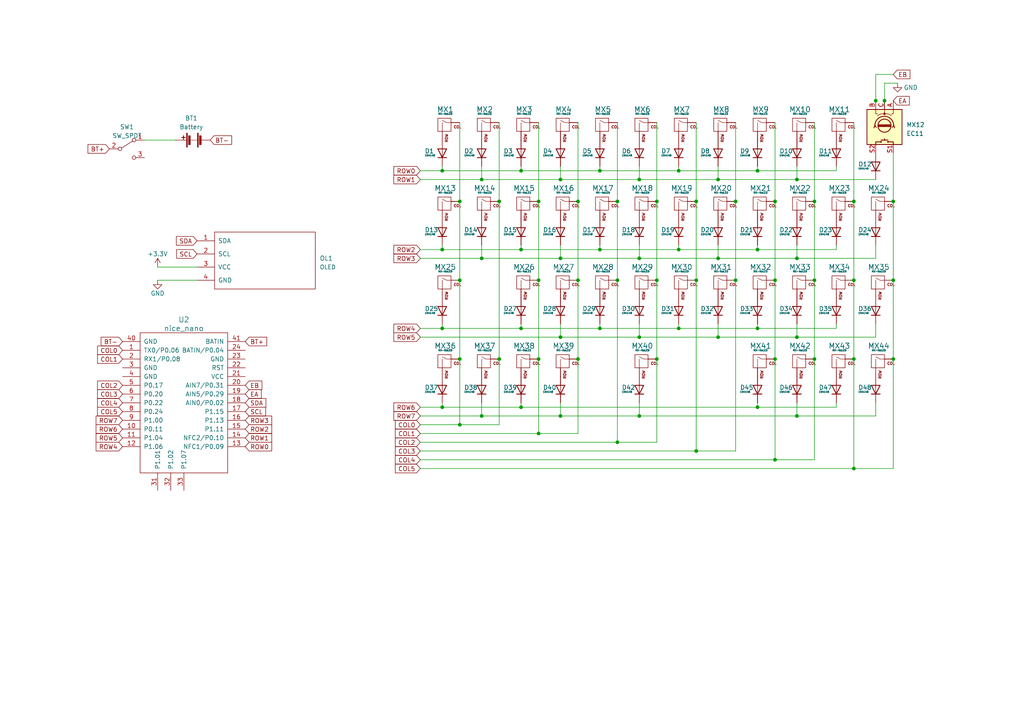
<source format=kicad_sch>
(kicad_sch (version 20230121) (generator eeschema)
  (paper "A4")
  (title_block (title "0xCB - STATIC") (date "2021-05-11") (rev "1.0") (company "0xCB") (comment 1 "Conor Burns"))
  (junction (at 156.21 125.73) (diameter 0.9144))
  (junction (at 173.99 72.39) (diameter 0.9144))
  (junction (at 185.42 52.07) (diameter 0.9144))
  (junction (at 162.56 120.65) (diameter 0.9144))
  (junction (at 208.28 97.79) (diameter 0.9144))
  (junction (at 133.35 58.42) (diameter 0.9144))
  (junction (at 167.64 58.42) (diameter 0.9144))
  (junction (at 224.79 81.28) (diameter 0.9144))
  (junction (at 133.35 81.28) (diameter 0.9144))
  (junction (at 190.5 81.28) (diameter 0.9144))
  (junction (at 236.22 104.14) (diameter 0.9144))
  (junction (at 133.35 104.14) (diameter 0.9144))
  (junction (at 162.56 52.07) (diameter 0.9144))
  (junction (at 144.78 104.14) (diameter 0.9144))
  (junction (at 247.65 135.89) (diameter 0.9144))
  (junction (at 259.08 81.28) (diameter 0.9144))
  (junction (at 167.64 81.28) (diameter 0.9144))
  (junction (at 185.42 97.79) (diameter 0.9144))
  (junction (at 219.71 72.39) (diameter 0.9144))
  (junction (at 151.13 118.11) (diameter 0.9144))
  (junction (at 196.85 72.39) (diameter 0.9144))
  (junction (at 259.08 58.42) (diameter 0.9144))
  (junction (at 196.85 49.53) (diameter 0.9144))
  (junction (at 173.99 49.53) (diameter 0.9144))
  (junction (at 139.7 120.65) (diameter 0.9144))
  (junction (at 219.71 49.53) (diameter 0.9144))
  (junction (at 128.27 49.53) (diameter 0.9144))
  (junction (at 144.78 58.42) (diameter 0.9144))
  (junction (at 259.08 104.14) (diameter 0.9144))
  (junction (at 179.07 58.42) (diameter 0.9144))
  (junction (at 190.5 104.14) (diameter 0.9144))
  (junction (at 201.93 81.28) (diameter 0.9144))
  (junction (at 156.21 58.42) (diameter 0.9144))
  (junction (at 213.36 58.42) (diameter 0.9144))
  (junction (at 151.13 49.53) (diameter 0.9144))
  (junction (at 128.27 95.25) (diameter 0.9144))
  (junction (at 256.54 29.21) (diameter 0.9144))
  (junction (at 236.22 81.28) (diameter 0.9144))
  (junction (at 139.7 74.93) (diameter 0.9144))
  (junction (at 247.65 58.42) (diameter 0.9144))
  (junction (at 201.93 130.81) (diameter 0.9144))
  (junction (at 208.28 74.93) (diameter 0.9144))
  (junction (at 224.79 104.14) (diameter 0.9144))
  (junction (at 231.14 52.07) (diameter 0.9144))
  (junction (at 167.64 104.14) (diameter 0.9144))
  (junction (at 185.42 74.93) (diameter 0.9144))
  (junction (at 254 29.21) (diameter 0.9144))
  (junction (at 156.21 81.28) (diameter 0.9144))
  (junction (at 247.65 104.14) (diameter 0.9144))
  (junction (at 201.93 58.42) (diameter 0.9144))
  (junction (at 173.99 95.25) (diameter 0.9144))
  (junction (at 219.71 118.11) (diameter 0.9144))
  (junction (at 139.7 52.07) (diameter 0.9144))
  (junction (at 179.07 128.27) (diameter 0.9144))
  (junction (at 231.14 120.65) (diameter 0.9144))
  (junction (at 208.28 52.07) (diameter 0.9144))
  (junction (at 236.22 58.42) (diameter 0.9144))
  (junction (at 162.56 74.93) (diameter 0.9144))
  (junction (at 151.13 72.39) (diameter 0.9144))
  (junction (at 128.27 72.39) (diameter 0.9144))
  (junction (at 219.71 95.25) (diameter 0.9144))
  (junction (at 213.36 81.28) (diameter 0.9144))
  (junction (at 133.35 123.19) (diameter 0.9144))
  (junction (at 179.07 81.28) (diameter 0.9144))
  (junction (at 151.13 95.25) (diameter 0.9144))
  (junction (at 185.42 120.65) (diameter 0.9144))
  (junction (at 247.65 81.28) (diameter 0.9144))
  (junction (at 231.14 97.79) (diameter 0.9144))
  (junction (at 231.14 74.93) (diameter 0.9144))
  (junction (at 224.79 58.42) (diameter 0.9144))
  (junction (at 128.27 118.11) (diameter 0.9144))
  (junction (at 156.21 104.14) (diameter 0.9144))
  (junction (at 224.79 133.35) (diameter 0.9144))
  (junction (at 190.5 58.42) (diameter 0.9144))
  (junction (at 162.56 97.79) (diameter 0.9144))
  (junction (at 196.85 95.25) (diameter 0.9144))
  (wire (pts (xy 185.42 116.84) (xy 185.42 120.65)))
  (wire (pts (xy 162.56 48.26) (xy 162.56 52.07)))
  (wire (pts (xy 254 21.59) (xy 254 29.21)))
  (wire (pts (xy 254 21.59) (xy 259.08 21.59)))
  (wire (pts (xy 121.92 130.81) (xy 201.93 130.81)))
  (wire (pts (xy 139.7 71.12) (xy 139.7 74.93)))
  (wire (pts (xy 121.92 52.07) (xy 139.7 52.07)))
  (wire (pts (xy 139.7 52.07) (xy 162.56 52.07)))
  (wire (pts (xy 162.56 52.07) (xy 185.42 52.07)))
  (wire (pts (xy 185.42 52.07) (xy 208.28 52.07)))
  (wire (pts (xy 208.28 52.07) (xy 231.14 52.07)))
  (wire (pts (xy 231.14 52.07) (xy 254 52.07)))
  (wire (pts (xy 162.56 116.84) (xy 162.56 120.65)))
  (wire (pts (xy 173.99 71.12) (xy 173.99 72.39)))
  (wire (pts (xy 151.13 48.26) (xy 151.13 49.53)))
  (wire (pts (xy 128.27 48.26) (xy 128.27 49.53)))
  (wire (pts (xy 121.92 135.89) (xy 247.65 135.89)))
  (wire (pts (xy 185.42 71.12) (xy 185.42 74.93)))
  (wire (pts (xy 254 30.48) (xy 254 29.21)))
  (wire (pts (xy 208.28 48.26) (xy 208.28 52.07)))
  (wire (pts (xy 201.93 35.56) (xy 201.93 58.42)))
  (wire (pts (xy 201.93 58.42) (xy 201.93 81.28)))
  (wire (pts (xy 201.93 81.28) (xy 201.93 130.81)))
  (wire (pts (xy 201.93 130.81) (xy 213.36 130.81)))
  (wire (pts (xy 213.36 35.56) (xy 213.36 58.42)))
  (wire (pts (xy 213.36 58.42) (xy 213.36 81.28)))
  (wire (pts (xy 213.36 81.28) (xy 213.36 130.81)))
  (wire (pts (xy 256.54 24.13) (xy 260.35 24.13)))
  (wire (pts (xy 256.54 29.21) (xy 256.54 24.13)))
  (wire (pts (xy 256.54 30.48) (xy 256.54 29.21)))
  (wire (pts (xy 224.79 35.56) (xy 224.79 58.42)))
  (wire (pts (xy 224.79 58.42) (xy 224.79 81.28)))
  (wire (pts (xy 224.79 81.28) (xy 224.79 104.14)))
  (wire (pts (xy 224.79 104.14) (xy 224.79 133.35)))
  (wire (pts (xy 224.79 133.35) (xy 236.22 133.35)))
  (wire (pts (xy 236.22 35.56) (xy 236.22 58.42)))
  (wire (pts (xy 236.22 58.42) (xy 236.22 81.28)))
  (wire (pts (xy 236.22 81.28) (xy 236.22 104.14)))
  (wire (pts (xy 236.22 104.14) (xy 236.22 133.35)))
  (wire (pts (xy 121.92 133.35) (xy 224.79 133.35)))
  (wire (pts (xy 128.27 116.84) (xy 128.27 118.11)))
  (wire (pts (xy 121.92 72.39) (xy 128.27 72.39)))
  (wire (pts (xy 128.27 72.39) (xy 151.13 72.39)))
  (wire (pts (xy 151.13 72.39) (xy 173.99 72.39)))
  (wire (pts (xy 173.99 72.39) (xy 196.85 72.39)))
  (wire (pts (xy 196.85 72.39) (xy 219.71 72.39)))
  (wire (pts (xy 219.71 72.39) (xy 242.57 72.39)))
  (wire (pts (xy 242.57 71.12) (xy 242.57 72.39)))
  (wire (pts (xy 231.14 116.84) (xy 231.14 120.65)))
  (wire (pts (xy 133.35 35.56) (xy 133.35 58.42)))
  (wire (pts (xy 133.35 58.42) (xy 133.35 81.28)))
  (wire (pts (xy 133.35 81.28) (xy 133.35 104.14)))
  (wire (pts (xy 133.35 104.14) (xy 133.35 123.19)))
  (wire (pts (xy 133.35 123.19) (xy 144.78 123.19)))
  (wire (pts (xy 144.78 35.56) (xy 144.78 58.42)))
  (wire (pts (xy 144.78 58.42) (xy 144.78 104.14)))
  (wire (pts (xy 144.78 104.14) (xy 144.78 123.19)))
  (wire (pts (xy 231.14 93.98) (xy 231.14 97.79)))
  (wire (pts (xy 196.85 48.26) (xy 196.85 49.53)))
  (wire (pts (xy 185.42 93.98) (xy 185.42 97.79)))
  (wire (pts (xy 121.92 49.53) (xy 128.27 49.53)))
  (wire (pts (xy 128.27 49.53) (xy 151.13 49.53)))
  (wire (pts (xy 151.13 49.53) (xy 173.99 49.53)))
  (wire (pts (xy 173.99 49.53) (xy 196.85 49.53)))
  (wire (pts (xy 196.85 49.53) (xy 219.71 49.53)))
  (wire (pts (xy 219.71 49.53) (xy 242.57 49.53)))
  (wire (pts (xy 242.57 48.26) (xy 242.57 49.53)))
  (wire (pts (xy 219.71 71.12) (xy 219.71 72.39)))
  (wire (pts (xy 156.21 35.56) (xy 156.21 58.42)))
  (wire (pts (xy 156.21 58.42) (xy 156.21 81.28)))
  (wire (pts (xy 156.21 81.28) (xy 156.21 104.14)))
  (wire (pts (xy 156.21 104.14) (xy 156.21 125.73)))
  (wire (pts (xy 156.21 125.73) (xy 167.64 125.73)))
  (wire (pts (xy 167.64 35.56) (xy 167.64 58.42)))
  (wire (pts (xy 167.64 58.42) (xy 167.64 81.28)))
  (wire (pts (xy 167.64 81.28) (xy 167.64 104.14)))
  (wire (pts (xy 167.64 104.14) (xy 167.64 125.73)))
  (wire (pts (xy 247.65 35.56) (xy 247.65 58.42)))
  (wire (pts (xy 247.65 58.42) (xy 247.65 81.28)))
  (wire (pts (xy 247.65 81.28) (xy 247.65 104.14)))
  (wire (pts (xy 247.65 104.14) (xy 247.65 135.89)))
  (wire (pts (xy 247.65 135.89) (xy 259.08 135.89)))
  (wire (pts (xy 259.08 58.42) (xy 259.08 44.45)))
  (wire (pts (xy 259.08 81.28) (xy 259.08 58.42)))
  (wire (pts (xy 259.08 104.14) (xy 259.08 81.28)))
  (wire (pts (xy 259.08 135.89) (xy 259.08 104.14)))
  (wire (pts (xy 121.92 128.27) (xy 179.07 128.27)))
  (wire (pts (xy 139.7 48.26) (xy 139.7 52.07)))
  (wire (pts (xy 128.27 71.12) (xy 128.27 72.39)))
  (wire (pts (xy 45.72 81.28) (xy 57.15 81.28)))
  (wire (pts (xy 219.71 116.84) (xy 219.71 118.11)))
  (wire (pts (xy 121.92 120.65) (xy 139.7 120.65)))
  (wire (pts (xy 139.7 120.65) (xy 162.56 120.65)))
  (wire (pts (xy 162.56 120.65) (xy 185.42 120.65)))
  (wire (pts (xy 185.42 120.65) (xy 231.14 120.65)))
  (wire (pts (xy 231.14 120.65) (xy 254 120.65)))
  (wire (pts (xy 254 116.84) (xy 254 120.65)))
  (wire (pts (xy 185.42 48.26) (xy 185.42 52.07)))
  (wire (pts (xy 121.92 125.73) (xy 156.21 125.73)))
  (wire (pts (xy 128.27 93.98) (xy 128.27 95.25)))
  (wire (pts (xy 121.92 74.93) (xy 139.7 74.93)))
  (wire (pts (xy 139.7 74.93) (xy 162.56 74.93)))
  (wire (pts (xy 162.56 74.93) (xy 185.42 74.93)))
  (wire (pts (xy 185.42 74.93) (xy 208.28 74.93)))
  (wire (pts (xy 208.28 74.93) (xy 231.14 74.93)))
  (wire (pts (xy 231.14 74.93) (xy 254 74.93)))
  (wire (pts (xy 254 71.12) (xy 254 74.93)))
  (wire (pts (xy 139.7 116.84) (xy 139.7 120.65)))
  (wire (pts (xy 121.92 97.79) (xy 162.56 97.79)))
  (wire (pts (xy 162.56 97.79) (xy 185.42 97.79)))
  (wire (pts (xy 185.42 97.79) (xy 208.28 97.79)))
  (wire (pts (xy 208.28 97.79) (xy 231.14 97.79)))
  (wire (pts (xy 231.14 97.79) (xy 254 97.79)))
  (wire (pts (xy 254 93.98) (xy 254 97.79)))
  (wire (pts (xy 162.56 71.12) (xy 162.56 74.93)))
  (wire (pts (xy 196.85 93.98) (xy 196.85 95.25)))
  (wire (pts (xy 231.14 71.12) (xy 231.14 74.93)))
  (wire (pts (xy 208.28 93.98) (xy 208.28 97.79)))
  (wire (pts (xy 231.14 48.26) (xy 231.14 52.07)))
  (wire (pts (xy 151.13 71.12) (xy 151.13 72.39)))
  (wire (pts (xy 196.85 71.12) (xy 196.85 72.39)))
  (wire (pts (xy 121.92 95.25) (xy 128.27 95.25)))
  (wire (pts (xy 128.27 95.25) (xy 151.13 95.25)))
  (wire (pts (xy 151.13 95.25) (xy 173.99 95.25)))
  (wire (pts (xy 173.99 95.25) (xy 196.85 95.25)))
  (wire (pts (xy 196.85 95.25) (xy 219.71 95.25)))
  (wire (pts (xy 219.71 95.25) (xy 242.57 95.25)))
  (wire (pts (xy 242.57 93.98) (xy 242.57 95.25)))
  (wire (pts (xy 208.28 71.12) (xy 208.28 74.93)))
  (wire (pts (xy 219.71 48.26) (xy 219.71 49.53)))
  (wire (pts (xy 162.56 93.98) (xy 162.56 97.79)))
  (wire (pts (xy 41.91 40.64) (xy 50.8 40.64)))
  (wire (pts (xy 151.13 93.98) (xy 151.13 95.25)))
  (wire (pts (xy 151.13 116.84) (xy 151.13 118.11)))
  (wire (pts (xy 173.99 93.98) (xy 173.99 95.25)))
  (wire (pts (xy 219.71 93.98) (xy 219.71 95.25)))
  (wire (pts (xy 121.92 123.19) (xy 133.35 123.19)))
  (wire (pts (xy 179.07 35.56) (xy 179.07 58.42)))
  (wire (pts (xy 179.07 58.42) (xy 179.07 81.28)))
  (wire (pts (xy 179.07 81.28) (xy 179.07 128.27)))
  (wire (pts (xy 179.07 128.27) (xy 190.5 128.27)))
  (wire (pts (xy 190.5 35.56) (xy 190.5 58.42)))
  (wire (pts (xy 190.5 58.42) (xy 190.5 81.28)))
  (wire (pts (xy 190.5 81.28) (xy 190.5 104.14)))
  (wire (pts (xy 190.5 104.14) (xy 190.5 128.27)))
  (wire (pts (xy 45.72 77.47) (xy 57.15 77.47)))
  (wire (pts (xy 121.92 118.11) (xy 128.27 118.11)))
  (wire (pts (xy 128.27 118.11) (xy 151.13 118.11)))
  (wire (pts (xy 151.13 118.11) (xy 219.71 118.11)))
  (wire (pts (xy 219.71 118.11) (xy 242.57 118.11)))
  (wire (pts (xy 242.57 116.84) (xy 242.57 118.11)))
  (wire (pts (xy 173.99 48.26) (xy 173.99 49.53)))
  (global_label "SDA" (shape input) (at 71.12 116.84 0) (property "Intersheetrefs" "${INTERSHEET_REFS}" (effects hide)))
  (global_label "COL3" (shape input) (at 121.92 130.81 180) (property "Intersheetrefs" "${INTERSHEET_REFS}" (effects hide)))
  (global_label "SDA" (shape input) (at 57.15 69.85 180) (property "Intersheetrefs" "${INTERSHEET_REFS}" (effects hide)))
  (global_label "ROW6" (shape input) (at 35.56 124.46 180) (property "Intersheetrefs" "${INTERSHEET_REFS}" (effects hide)))
  (global_label "COL5" (shape input) (at 121.92 135.89 180) (property "Intersheetrefs" "${INTERSHEET_REFS}" (effects hide)))
  (global_label "EA" (shape input) (at 259.08 29.21 0) (property "Intersheetrefs" "${INTERSHEET_REFS}" (effects hide)))
  (global_label "ROW0" (shape input) (at 121.92 49.53 180) (property "Intersheetrefs" "${INTERSHEET_REFS}" (effects hide)))
  (global_label "BT-" (shape input) (at 60.96 40.64 0) (property "Intersheetrefs" "${INTERSHEET_REFS}" (effects hide)))
  (global_label "ROW4" (shape input) (at 35.56 129.54 180) (property "Intersheetrefs" "${INTERSHEET_REFS}" (effects hide)))
  (global_label "COL5" (shape input) (at 35.56 119.38 180) (property "Intersheetrefs" "${INTERSHEET_REFS}" (effects hide)))
  (global_label "ROW5" (shape input) (at 35.56 127 180) (property "Intersheetrefs" "${INTERSHEET_REFS}" (effects hide)))
  (global_label "EB" (shape input) (at 71.12 111.76 0) (property "Intersheetrefs" "${INTERSHEET_REFS}" (effects hide)))
  (global_label "EB" (shape input) (at 259.08 21.59 0) (property "Intersheetrefs" "${INTERSHEET_REFS}" (effects hide)))
  (global_label "COL4" (shape input) (at 35.56 116.84 180) (property "Intersheetrefs" "${INTERSHEET_REFS}" (effects hide)))
  (global_label "COL2" (shape input) (at 121.92 128.27 180) (property "Intersheetrefs" "${INTERSHEET_REFS}" (effects hide)))
  (global_label "COL0" (shape input) (at 121.92 123.19 180) (property "Intersheetrefs" "${INTERSHEET_REFS}" (effects hide)))
  (global_label "ROW1" (shape input) (at 71.12 127 0) (property "Intersheetrefs" "${INTERSHEET_REFS}" (effects hide)))
  (global_label "ROW2" (shape input) (at 121.92 72.39 180) (property "Intersheetrefs" "${INTERSHEET_REFS}" (effects hide)))
  (global_label "ROW5" (shape input) (at 121.92 97.79 180) (property "Intersheetrefs" "${INTERSHEET_REFS}" (effects hide)))
  (global_label "BT+" (shape input) (at 31.75 43.18 180) (property "Intersheetrefs" "${INTERSHEET_REFS}" (effects hide)))
  (global_label "ROW7" (shape input) (at 35.56 121.92 180) (property "Intersheetrefs" "${INTERSHEET_REFS}" (effects hide)))
  (global_label "ROW3" (shape input) (at 121.92 74.93 180) (property "Intersheetrefs" "${INTERSHEET_REFS}" (effects hide)))
  (global_label "EA" (shape input) (at 71.12 114.3 0) (property "Intersheetrefs" "${INTERSHEET_REFS}" (effects hide)))
  (global_label "ROW3" (shape input) (at 71.12 121.92 0) (property "Intersheetrefs" "${INTERSHEET_REFS}" (effects hide)))
  (global_label "ROW2" (shape input) (at 71.12 124.46 0) (property "Intersheetrefs" "${INTERSHEET_REFS}" (effects hide)))
  (global_label "COL1" (shape input) (at 121.92 125.73 180) (property "Intersheetrefs" "${INTERSHEET_REFS}" (effects hide)))
  (global_label "ROW4" (shape input) (at 121.92 95.25 180) (property "Intersheetrefs" "${INTERSHEET_REFS}" (effects hide)))
  (global_label "SCL" (shape input) (at 71.12 119.38 0) (property "Intersheetrefs" "${INTERSHEET_REFS}" (effects hide)))
  (global_label "ROW7" (shape input) (at 121.92 120.65 180) (property "Intersheetrefs" "${INTERSHEET_REFS}" (effects hide)))
  (global_label "BT+" (shape input) (at 71.12 99.06 0) (property "Intersheetrefs" "${INTERSHEET_REFS}" (effects hide)))
  (global_label "SCL" (shape input) (at 57.15 73.66 180) (property "Intersheetrefs" "${INTERSHEET_REFS}" (effects hide)))
  (global_label "COL2" (shape input) (at 35.56 111.76 180) (property "Intersheetrefs" "${INTERSHEET_REFS}" (effects hide)))
  (global_label "BT-" (shape input) (at 35.56 99.06 180) (property "Intersheetrefs" "${INTERSHEET_REFS}" (effects hide)))
  (global_label "COL3" (shape input) (at 35.56 114.3 180) (property "Intersheetrefs" "${INTERSHEET_REFS}" (effects hide)))
  (global_label "ROW6" (shape input) (at 121.92 118.11 180) (property "Intersheetrefs" "${INTERSHEET_REFS}" (effects hide)))
  (global_label "ROW0" (shape input) (at 71.12 129.54 0) (property "Intersheetrefs" "${INTERSHEET_REFS}" (effects hide)))
  (global_label "COL0" (shape input) (at 35.56 101.6 180) (property "Intersheetrefs" "${INTERSHEET_REFS}" (effects hide)))
  (global_label "COL4" (shape input) (at 121.92 133.35 180) (property "Intersheetrefs" "${INTERSHEET_REFS}" (effects hide)))
  (global_label "COL1" (shape input) (at 35.56 104.14 180) (property "Intersheetrefs" "${INTERSHEET_REFS}" (effects hide)))
  (global_label "ROW1" (shape input) (at 121.92 52.07 180) (property "Intersheetrefs" "${INTERSHEET_REFS}" (effects hide)))
  (symbol (lib_id "static:MX-NoLED") (at 152.4 82.55 0) (unit 1)
    (property "Reference" "MX26" (at 152.0155 77.47 0) (effects (font (size 1.524 1.524))))
    (property "Value" "MX-NoLED" (at 152.0155 78.74 0) (effects (font (size 0.508 0.508))))
    (property "Footprint" "MX_Only:MXOnly-1U-NoLED" (effects hide))
    (property "Part Nb." "amz" (effects hide))
  )
  (symbol (lib_id "static:MX-NoLED") (at 163.83 59.69 0) (unit 1)
    (property "Reference" "MX16" (at 163.4455 54.61 0) (effects (font (size 1.524 1.524))))
    (property "Value" "MX-NoLED" (at 163.4455 55.88 0) (effects (font (size 0.508 0.508))))
    (property "Footprint" "MX_Only:MXOnly-1U-NoLED" (effects hide))
    (property "Part Nb." "amz" (effects hide))
  )
  (symbol (lib_id "Diode:1N4148") (at 151.13 44.45 90) (unit 1)
    (property "Reference" "D3" (at 146.05 43.8149 90) (effects (justify right)))
    (property "Value" "1N4148" (at 146.05 45.0849 90) (effects (font (size 0.5 0.5)) (justify right)))
    (property "Footprint" "Diode_THT:D_DO-35_SOD27_P12.70mm_Horizontal" (effects hide))
    (property "Datasheet" "https://assets.nexperia.com/documents/data-sheet/1N4148_1N4448.pdf" (effects hide))
    (property "Part Nb." "C14538" (effects hide))
  )
  (symbol (lib_id "static:MX-NoLED") (at 140.97 105.41 0) (unit 1)
    (property "Reference" "MX37" (at 140.5855 100.33 0) (effects (font (size 1.524 1.524))))
    (property "Value" "MX-NoLED" (at 140.5855 101.6 0) (effects (font (size 0.508 0.508))))
    (property "Footprint" "MX_Only:MXOnly-1U-NoLED" (effects hide))
    (property "Part Nb." "amz" (effects hide))
  )
  (symbol (lib_id "Diode:1N4148") (at 128.27 90.17 90) (unit 1)
    (property "Reference" "D25" (at 123.19 89.5349 90) (effects (justify right)))
    (property "Value" "1N4148" (at 123.19 90.8049 90) (effects (font (size 0.5 0.5)) (justify right)))
    (property "Footprint" "Diode_THT:D_DO-35_SOD27_P12.70mm_Horizontal" (effects hide))
    (property "Datasheet" "https://assets.nexperia.com/documents/data-sheet/1N4148_1N4448.pdf" (effects hide))
    (property "Part Nb." "C14538" (effects hide))
  )
  (symbol (lib_id "static:MX-NoLED") (at 186.69 59.69 0) (unit 1)
    (property "Reference" "MX18" (at 186.3055 54.61 0) (effects (font (size 1.524 1.524))))
    (property "Value" "MX-NoLED" (at 186.3055 55.88 0) (effects (font (size 0.508 0.508))))
    (property "Footprint" "MX_Only:MXOnly-1U-NoLED" (effects hide))
    (property "Part Nb." "amz" (effects hide))
  )
  (symbol (lib_id "Diode:1N4148") (at 173.99 67.31 90) (unit 1)
    (property "Reference" "D17" (at 168.91 66.6749 90) (effects (justify right)))
    (property "Value" "1N4148" (at 168.91 67.9449 90) (effects (font (size 0.5 0.5)) (justify right)))
    (property "Footprint" "Diode_THT:D_DO-35_SOD27_P12.70mm_Horizontal" (effects hide))
    (property "Datasheet" "https://assets.nexperia.com/documents/data-sheet/1N4148_1N4448.pdf" (effects hide))
    (property "Part Nb." "C14538" (effects hide))
  )
  (symbol (lib_id "Diode:1N4148") (at 128.27 67.31 90) (unit 1)
    (property "Reference" "D13" (at 123.19 66.6749 90) (effects (justify right)))
    (property "Value" "1N4148" (at 123.19 67.9449 90) (effects (font (size 0.5 0.5)) (justify right)))
    (property "Footprint" "Diode_THT:D_DO-35_SOD27_P12.70mm_Horizontal" (effects hide))
    (property "Datasheet" "https://assets.nexperia.com/documents/data-sheet/1N4148_1N4448.pdf" (effects hide))
    (property "Part Nb." "C14538" (effects hide))
  )
  (symbol (lib_id "static:MX-NoLED") (at 209.55 36.83 0) (unit 1)
    (property "Reference" "MX8" (at 209.1655 31.75 0) (effects (font (size 1.524 1.524))))
    (property "Value" "MX-NoLED" (at 209.1655 33.02 0) (effects (font (size 0.508 0.508))))
    (property "Footprint" "MX_Only:MXOnly-1U-NoLED" (effects hide))
    (property "Part Nb." "amz" (effects hide))
  )
  (symbol (lib_id "static:MX-NoLED") (at 129.54 105.41 0) (unit 1)
    (property "Reference" "MX36" (at 129.1555 100.33 0) (effects (font (size 1.524 1.524))))
    (property "Value" "MX-NoLED" (at 129.1555 101.6 0) (effects (font (size 0.508 0.508))))
    (property "Footprint" "MX_Only:MXOnly-1U-NoLED" (effects hide))
    (property "Part Nb." "amz" (effects hide))
  )
  (symbol (lib_id "static:MX-NoLED") (at 255.27 105.41 0) (unit 1)
    (property "Reference" "MX44" (at 254.8855 100.33 0) (effects (font (size 1.524 1.524))))
    (property "Value" "MX-NoLED" (at 254.8855 101.6 0) (effects (font (size 0.508 0.508))))
    (property "Footprint" "MX_Only:MXOnly-1U-NoLED" (effects hide))
    (property "Part Nb." "amz" (effects hide))
  )
  (symbol (lib_id "static:MX-NoLED") (at 163.83 82.55 0) (unit 1)
    (property "Reference" "MX27" (at 163.4455 77.47 0) (effects (font (size 1.524 1.524))))
    (property "Value" "MX-NoLED" (at 163.4455 78.74 0) (effects (font (size 0.508 0.508))))
    (property "Footprint" "MX_Only:MXOnly-1U-NoLED" (effects hide))
    (property "Part Nb." "amz" (effects hide))
  )
  (symbol (lib_id "Device:Battery") (at 55.88 40.64 90) (unit 1)
    (property "Reference" "BT1" (at 55.499 34.29 90))
    (property "Value" "Battery" (at 55.499 36.83 90))
  )
  (symbol (lib_id "static:MX-NoLED") (at 175.26 82.55 0) (unit 1)
    (property "Reference" "MX28" (at 174.8755 77.47 0) (effects (font (size 1.524 1.524))))
    (property "Value" "MX-NoLED" (at 174.8755 78.74 0) (effects (font (size 0.508 0.508))))
    (property "Footprint" "MX_Only:MXOnly-1U-NoLED" (effects hide))
    (property "Part Nb." "amz" (effects hide))
  )
  (symbol (lib_id "static:MX-NoLED") (at 163.83 105.41 0) (unit 1)
    (property "Reference" "MX39" (at 163.4455 100.33 0) (effects (font (size 1.524 1.524))))
    (property "Value" "MX-NoLED" (at 163.4455 101.6 0) (effects (font (size 0.508 0.508))))
    (property "Footprint" "MX_Only:MXOnly-2.75U-NoLED" (effects hide))
    (property "Part Nb." "amz" (effects hide))
  )
  (symbol (lib_id "Diode:1N4148") (at 185.42 67.31 90) (unit 1)
    (property "Reference" "D18" (at 180.34 66.6749 90) (effects (justify right)))
    (property "Value" "1N4148" (at 180.34 67.9449 90) (effects (font (size 0.5 0.5)) (justify right)))
    (property "Footprint" "Diode_THT:D_DO-35_SOD27_P12.70mm_Horizontal" (effects hide))
    (property "Datasheet" "https://assets.nexperia.com/documents/data-sheet/1N4148_1N4448.pdf" (effects hide))
    (property "Part Nb." "C14538" (effects hide))
  )
  (symbol (lib_id "Diode:1N4148") (at 208.28 67.31 90) (unit 1)
    (property "Reference" "D20" (at 203.2 66.6749 90) (effects (justify right)))
    (property "Value" "1N4148" (at 203.2 67.9449 90) (effects (font (size 0.5 0.5)) (justify right)))
    (property "Footprint" "Diode_THT:D_DO-35_SOD27_P12.70mm_Horizontal" (effects hide))
    (property "Datasheet" "https://assets.nexperia.com/documents/data-sheet/1N4148_1N4448.pdf" (effects hide))
    (property "Part Nb." "C14538" (effects hide))
  )
  (symbol (lib_id "Diode:1N4148") (at 196.85 44.45 90) (unit 1)
    (property "Reference" "D7" (at 191.77 43.8149 90) (effects (justify right)))
    (property "Value" "1N4148" (at 191.77 45.0849 90) (effects (font (size 0.5 0.5)) (justify right)))
    (property "Footprint" "Diode_THT:D_DO-35_SOD27_P12.70mm_Horizontal" (effects hide))
    (property "Datasheet" "https://assets.nexperia.com/documents/data-sheet/1N4148_1N4448.pdf" (effects hide))
    (property "Part Nb." "C14538" (effects hide))
  )
  (symbol (lib_id "Diode:1N4148") (at 254 48.26 90) (unit 1)
    (property "Reference" "D12" (at 248.92 47.6249 90) (effects (justify right)))
    (property "Value" "1N4148" (at 248.92 48.8949 90) (effects (font (size 0.5 0.5)) (justify right)))
    (property "Footprint" "Diode_THT:D_DO-35_SOD27_P12.70mm_Horizontal" (effects hide))
    (property "Datasheet" "https://assets.nexperia.com/documents/data-sheet/1N4148_1N4448.pdf" (effects hide))
    (property "Part Nb." "C14538" (effects hide))
  )
  (symbol (lib_id "Diode:1N4148") (at 242.57 44.45 90) (unit 1)
    (property "Reference" "D11" (at 237.49 43.8149 90) (effects (justify right)))
    (property "Value" "1N4148" (at 237.49 45.0849 90) (effects (font (size 0.5 0.5)) (justify right)))
    (property "Footprint" "Diode_THT:D_DO-35_SOD27_P12.70mm_Horizontal" (effects hide))
    (property "Datasheet" "https://assets.nexperia.com/documents/data-sheet/1N4148_1N4448.pdf" (effects hide))
    (property "Part Nb." "C14538" (effects hide))
  )
  (symbol (lib_id "static:MX-NoLED") (at 140.97 36.83 0) (unit 1)
    (property "Reference" "MX2" (at 140.5855 31.75 0) (effects (font (size 1.524 1.524))))
    (property "Value" "MX-NoLED" (at 140.5855 33.02 0) (effects (font (size 0.508 0.508))))
    (property "Footprint" "MX_Only:MXOnly-1U-NoLED" (effects hide))
    (property "Part Nb." "amz" (effects hide))
  )
  (symbol (lib_id "Diode:1N4148") (at 208.28 44.45 90) (unit 1)
    (property "Reference" "D8" (at 203.2 43.8149 90) (effects (justify right)))
    (property "Value" "1N4148" (at 203.2 45.0849 90) (effects (font (size 0.5 0.5)) (justify right)))
    (property "Footprint" "Diode_THT:D_DO-35_SOD27_P12.70mm_Horizontal" (effects hide))
    (property "Datasheet" "https://assets.nexperia.com/documents/data-sheet/1N4148_1N4448.pdf" (effects hide))
    (property "Part Nb." "C14538" (effects hide))
  )
  (symbol (lib_id "static:MX-NoLED") (at 220.98 59.69 0) (unit 1)
    (property "Reference" "MX21" (at 220.5955 54.61 0) (effects (font (size 1.524 1.524))))
    (property "Value" "MX-NoLED" (at 220.5955 55.88 0) (effects (font (size 0.508 0.508))))
    (property "Footprint" "MX_Only:MXOnly-1U-NoLED" (effects hide))
    (property "Part Nb." "amz" (effects hide))
  )
  (symbol (lib_id "Diode:1N4148") (at 219.71 90.17 90) (unit 1)
    (property "Reference" "D33" (at 214.63 89.5349 90) (effects (justify right)))
    (property "Value" "1N4148" (at 214.63 90.8049 90) (effects (font (size 0.5 0.5)) (justify right)))
    (property "Footprint" "Diode_THT:D_DO-35_SOD27_P12.70mm_Horizontal" (effects hide))
    (property "Datasheet" "https://assets.nexperia.com/documents/data-sheet/1N4148_1N4448.pdf" (effects hide))
    (property "Part Nb." "C14538" (effects hide))
  )
  (symbol (lib_id "static:MX-NoLED") (at 232.41 36.83 0) (unit 1)
    (property "Reference" "MX10" (at 232.0255 31.75 0) (effects (font (size 1.524 1.524))))
    (property "Value" "MX-NoLED" (at 232.0255 33.02 0) (effects (font (size 0.508 0.508))))
    (property "Footprint" "MX_Only:MXOnly-1U-NoLED" (effects hide))
    (property "Part Nb." "amz" (effects hide))
  )
  (symbol (lib_id "Switch:SW_SPDT") (at 36.83 43.18 0) (unit 1)
    (property "Reference" "SW1" (at 36.83 36.83 0))
    (property "Value" "SW_SPDT" (at 36.83 39.37 0))
  )
  (symbol (lib_id "Diode:1N4148") (at 128.27 113.03 90) (unit 1)
    (property "Reference" "D37" (at 123.19 112.3949 90) (effects (justify right)))
    (property "Value" "1N4148" (at 123.19 113.6649 90) (effects (font (size 0.5 0.5)) (justify right)))
    (property "Footprint" "Diode_THT:D_DO-35_SOD27_P12.70mm_Horizontal" (effects hide))
    (property "Datasheet" "https://assets.nexperia.com/documents/data-sheet/1N4148_1N4448.pdf" (effects hide))
    (property "Part Nb." "C14538" (effects hide))
  )
  (symbol (lib_id "power:GND") (at 45.72 81.28 0) (unit 1)
    (property "Reference" "#PWR0115" (effects hide))
    (property "Value" "GND" (at 45.72 85.09 0))
  )
  (symbol (lib_id "Diode:1N4148") (at 231.14 67.31 90) (unit 1)
    (property "Reference" "D22" (at 226.06 66.6749 90) (effects (justify right)))
    (property "Value" "1N4148" (at 226.06 67.9449 90) (effects (font (size 0.5 0.5)) (justify right)))
    (property "Footprint" "Diode_THT:D_DO-35_SOD27_P12.70mm_Horizontal" (effects hide))
    (property "Datasheet" "https://assets.nexperia.com/documents/data-sheet/1N4148_1N4448.pdf" (effects hide))
    (property "Part Nb." "C14538" (effects hide))
  )
  (symbol (lib_id "Diode:1N4148") (at 254 67.31 90) (unit 1)
    (property "Reference" "D24" (at 248.92 66.6749 90) (effects (justify right)))
    (property "Value" "1N4148" (at 248.92 67.9449 90) (effects (font (size 0.5 0.5)) (justify right)))
    (property "Footprint" "Diode_THT:D_DO-35_SOD27_P12.70mm_Horizontal" (effects hide))
    (property "Datasheet" "https://assets.nexperia.com/documents/data-sheet/1N4148_1N4448.pdf" (effects hide))
    (property "Part Nb." "C14538" (effects hide))
  )
  (symbol (lib_id "Diode:1N4148") (at 242.57 113.03 90) (unit 1)
    (property "Reference" "D47" (at 237.49 112.3949 90) (effects (justify right)))
    (property "Value" "1N4148" (at 237.49 113.6649 90) (effects (font (size 0.5 0.5)) (justify right)))
    (property "Footprint" "Diode_THT:D_DO-35_SOD27_P12.70mm_Horizontal" (effects hide))
    (property "Datasheet" "https://assets.nexperia.com/documents/data-sheet/1N4148_1N4448.pdf" (effects hide))
    (property "Part Nb." "C14538" (effects hide))
  )
  (symbol (lib_id "static:MX-NoLED") (at 220.98 82.55 0) (unit 1)
    (property "Reference" "MX32" (at 220.5955 77.47 0) (effects (font (size 1.524 1.524))))
    (property "Value" "MX-NoLED" (at 220.5955 78.74 0) (effects (font (size 0.508 0.508))))
    (property "Footprint" "MX_Only:MXOnly-1U-NoLED" (effects hide))
    (property "Part Nb." "amz" (effects hide))
  )
  (symbol (lib_id "static:MX-NoLED") (at 243.84 59.69 0) (unit 1)
    (property "Reference" "MX23" (at 243.4555 54.61 0) (effects (font (size 1.524 1.524))))
    (property "Value" "MX-NoLED" (at 243.4555 55.88 0) (effects (font (size 0.508 0.508))))
    (property "Footprint" "MX_Only:MXOnly-1.75U-NoLED" (effects hide))
    (property "Part Nb." "amz" (effects hide))
  )
  (symbol (lib_id "Diode:1N4148") (at 242.57 67.31 90) (unit 1)
    (property "Reference" "D23" (at 237.49 66.6749 90) (effects (justify right)))
    (property "Value" "1N4148" (at 237.49 67.9449 90) (effects (font (size 0.5 0.5)) (justify right)))
    (property "Footprint" "Diode_THT:D_DO-35_SOD27_P12.70mm_Horizontal" (effects hide))
    (property "Datasheet" "https://assets.nexperia.com/documents/data-sheet/1N4148_1N4448.pdf" (effects hide))
    (property "Part Nb." "C14538" (effects hide))
  )
  (symbol (lib_id "power:GND") (at 260.35 24.13 0) (unit 1)
    (property "Reference" "#PWR01" (effects hide))
    (property "Value" "GND" (at 264.16 25.4 0))
  )
  (symbol (lib_id "Diode:1N4148") (at 196.85 67.31 90) (unit 1)
    (property "Reference" "D19" (at 191.77 66.6749 90) (effects (justify right)))
    (property "Value" "1N4148" (at 191.77 67.9449 90) (effects (font (size 0.5 0.5)) (justify right)))
    (property "Footprint" "Diode_THT:D_DO-35_SOD27_P12.70mm_Horizontal" (effects hide))
    (property "Datasheet" "https://assets.nexperia.com/documents/data-sheet/1N4148_1N4448.pdf" (effects hide))
    (property "Part Nb." "C14538" (effects hide))
  )
  (symbol (lib_id "Diode:1N4148") (at 162.56 90.17 90) (unit 1)
    (property "Reference" "D28" (at 157.48 89.5349 90) (effects (justify right)))
    (property "Value" "1N4148" (at 157.48 90.8049 90) (effects (font (size 0.5 0.5)) (justify right)))
    (property "Footprint" "Diode_THT:D_DO-35_SOD27_P12.70mm_Horizontal" (effects hide))
    (property "Datasheet" "https://assets.nexperia.com/documents/data-sheet/1N4148_1N4448.pdf" (effects hide))
    (property "Part Nb." "C14538" (effects hide))
  )
  (symbol (lib_id "Diode:1N4148") (at 254 113.03 90) (unit 1)
    (property "Reference" "D48" (at 248.92 112.3949 90) (effects (justify right)))
    (property "Value" "1N4148" (at 248.92 113.6649 90) (effects (font (size 0.5 0.5)) (justify right)))
    (property "Footprint" "Diode_THT:D_DO-35_SOD27_P12.70mm_Horizontal" (effects hide))
    (property "Datasheet" "https://assets.nexperia.com/documents/data-sheet/1N4148_1N4448.pdf" (effects hide))
    (property "Part Nb." "C14538" (effects hide))
  )
  (symbol (lib_id "static:MX-NoLED") (at 186.69 36.83 0) (unit 1)
    (property "Reference" "MX6" (at 186.3055 31.75 0) (effects (font (size 1.524 1.524))))
    (property "Value" "MX-NoLED" (at 186.3055 33.02 0) (effects (font (size 0.508 0.508))))
    (property "Footprint" "MX_Only:MXOnly-1U-NoLED" (effects hide))
    (property "Part Nb." "amz" (effects hide))
  )
  (symbol (lib_id "Diode:1N4148") (at 173.99 90.17 90) (unit 1)
    (property "Reference" "D29" (at 168.91 89.5349 90) (effects (justify right)))
    (property "Value" "1N4148" (at 168.91 90.8049 90) (effects (font (size 0.5 0.5)) (justify right)))
    (property "Footprint" "Diode_THT:D_DO-35_SOD27_P12.70mm_Horizontal" (effects hide))
    (property "Datasheet" "https://assets.nexperia.com/documents/data-sheet/1N4148_1N4448.pdf" (effects hide))
    (property "Part Nb." "C14538" (effects hide))
  )
  (symbol (lib_id "Diode:1N4148") (at 162.56 113.03 90) (unit 1)
    (property "Reference" "D40" (at 157.48 112.3949 90) (effects (justify right)))
    (property "Value" "1N4148" (at 157.48 113.6649 90) (effects (font (size 0.5 0.5)) (justify right)))
    (property "Footprint" "Diode_THT:D_DO-35_SOD27_P12.70mm_Horizontal" (effects hide))
    (property "Datasheet" "https://assets.nexperia.com/documents/data-sheet/1N4148_1N4448.pdf" (effects hide))
    (property "Part Nb." "C14538" (effects hide))
  )
  (symbol (lib_id "Diode:1N4148") (at 185.42 44.45 90) (unit 1)
    (property "Reference" "D6" (at 180.34 43.8149 90) (effects (justify right)))
    (property "Value" "1N4148" (at 180.34 45.0849 90) (effects (font (size 0.5 0.5)) (justify right)))
    (property "Footprint" "Diode_THT:D_DO-35_SOD27_P12.70mm_Horizontal" (effects hide))
    (property "Datasheet" "https://assets.nexperia.com/documents/data-sheet/1N4148_1N4448.pdf" (effects hide))
    (property "Part Nb." "C14538" (effects hide))
  )
  (symbol (lib_id "static:MX-NoLED") (at 140.97 59.69 0) (unit 1)
    (property "Reference" "MX14" (at 140.5855 54.61 0) (effects (font (size 1.524 1.524))))
    (property "Value" "MX-NoLED" (at 140.5855 55.88 0) (effects (font (size 0.508 0.508))))
    (property "Footprint" "MX_Only:MXOnly-1U-NoLED" (effects hide))
    (property "Part Nb." "amz" (effects hide))
  )
  (symbol (lib_id "static:MX-NoLED") (at 255.27 59.69 0) (unit 1)
    (property "Reference" "MX24" (at 254.8855 54.61 0) (effects (font (size 1.524 1.524))))
    (property "Value" "MX-NoLED" (at 254.8855 55.88 0) (effects (font (size 0.508 0.508))))
    (property "Footprint" "MX_Only:MXOnly-1U-NoLED" (effects hide))
    (property "Part Nb." "amz" (effects hide))
  )
  (symbol (lib_id "static:MX-NoLED") (at 152.4 59.69 0) (unit 1)
    (property "Reference" "MX15" (at 152.0155 54.61 0) (effects (font (size 1.524 1.524))))
    (property "Value" "MX-NoLED" (at 152.0155 55.88 0) (effects (font (size 0.508 0.508))))
    (property "Footprint" "MX_Only:MXOnly-1U-NoLED" (effects hide))
    (property "Part Nb." "amz" (effects hide))
  )
  (symbol (lib_id "static:MX-NoLED") (at 175.26 59.69 0) (unit 1)
    (property "Reference" "MX17" (at 174.8755 54.61 0) (effects (font (size 1.524 1.524))))
    (property "Value" "MX-NoLED" (at 174.8755 55.88 0) (effects (font (size 0.508 0.508))))
    (property "Footprint" "MX_Only:MXOnly-1U-NoLED" (effects hide))
    (property "Part Nb." "amz" (effects hide))
  )
  (symbol (lib_id "static:MX-NoLED") (at 220.98 36.83 0) (unit 1)
    (property "Reference" "MX9" (at 220.5955 31.75 0) (effects (font (size 1.524 1.524))))
    (property "Value" "MX-NoLED" (at 220.5955 33.02 0) (effects (font (size 0.508 0.508))))
    (property "Footprint" "MX_Only:MXOnly-1U-NoLED" (effects hide))
    (property "Part Nb." "amz" (effects hide))
  )
  (symbol (lib_id "nice-nano:nice_nano") (at 53.34 115.57 0) (unit 1)
    (property "Reference" "U2" (at 53.34 92.71 0) (effects (font (size 1.524 1.524))))
    (property "Value" "nice_nano" (at 53.34 95.25 0) (effects (font (size 1.524 1.524))))
    (property "Footprint" "nice-nano-kicad:nice_nano" (effects hide))
    (property "Datasheet" "https://nicekeyboards.com/docs/nice-nano/pinout-schematic" (effects hide))
  )
  (symbol (lib_id "static:MX-NoLED") (at 129.54 36.83 0) (unit 1)
    (property "Reference" "MX1" (at 129.1555 31.75 0) (effects (font (size 1.524 1.524))))
    (property "Value" "MX-NoLED" (at 129.1555 33.02 0) (effects (font (size 0.508 0.508))))
    (property "Footprint" "MX_Only:MXOnly-1U-NoLED" (effects hide))
    (property "Part Nb." "amz" (effects hide))
  )
  (symbol (lib_id "static:OLED") (at 76.2 76.2 0) (unit 1)
    (property "Reference" "OL1" (at 92.71 74.93 0) (effects (font (size 1.2954 1.2954)) (justify left)))
    (property "Value" "OLED" (at 92.71 77.47 0) (effects (font (size 1.1938 1.1938)) (justify left)))
    (property "Footprint" "Connector_PinSocket_2.54mm:PinSocket_1x04_P2.54mm_Vertical" (effects hide))
    (property "Part Nb." "amz" (effects hide))
  )
  (symbol (lib_id "Diode:1N4148") (at 254 90.17 90) (unit 1)
    (property "Reference" "D36" (at 248.92 89.5349 90) (effects (justify right)))
    (property "Value" "1N4148" (at 248.92 90.8049 90) (effects (font (size 0.5 0.5)) (justify right)))
    (property "Footprint" "Diode_THT:D_DO-35_SOD27_P12.70mm_Horizontal" (effects hide))
    (property "Datasheet" "https://assets.nexperia.com/documents/data-sheet/1N4148_1N4448.pdf" (effects hide))
    (property "Part Nb." "C14538" (effects hide))
  )
  (symbol (lib_id "static:MX-NoLED") (at 186.69 105.41 0) (unit 1)
    (property "Reference" "MX40" (at 186.3055 100.33 0) (effects (font (size 1.524 1.524))))
    (property "Value" "MX-NoLED" (at 186.3055 101.6 0) (effects (font (size 0.508 0.508))))
    (property "Footprint" "MX_Only:MXOnly-1U-NoLED" (effects hide))
    (property "Part Nb." "amz" (effects hide))
  )
  (symbol (lib_id "static:MX-NoLED") (at 198.12 36.83 0) (unit 1)
    (property "Reference" "MX7" (at 197.7355 31.75 0) (effects (font (size 1.524 1.524))))
    (property "Value" "MX-NoLED" (at 197.7355 33.02 0) (effects (font (size 0.508 0.508))))
    (property "Footprint" "MX_Only:MXOnly-1U-NoLED" (effects hide))
    (property "Part Nb." "amz" (effects hide))
  )
  (symbol (lib_id "Diode:1N4148") (at 151.13 113.03 90) (unit 1)
    (property "Reference" "D39" (at 146.05 112.3949 90) (effects (justify right)))
    (property "Value" "1N4148" (at 146.05 113.6649 90) (effects (font (size 0.5 0.5)) (justify right)))
    (property "Footprint" "Diode_THT:D_DO-35_SOD27_P12.70mm_Horizontal" (effects hide))
    (property "Datasheet" "https://assets.nexperia.com/documents/data-sheet/1N4148_1N4448.pdf" (effects hide))
    (property "Part Nb." "C14538" (effects hide))
  )
  (symbol (lib_id "static:MX-NoLED") (at 209.55 82.55 0) (unit 1)
    (property "Reference" "MX31" (at 209.1655 77.47 0) (effects (font (size 1.524 1.524))))
    (property "Value" "MX-NoLED" (at 209.1655 78.74 0) (effects (font (size 0.508 0.508))))
    (property "Footprint" "MX_Only:MXOnly-1U-NoLED" (effects hide))
    (property "Part Nb." "amz" (effects hide))
  )
  (symbol (lib_id "static:MX-NoLED") (at 198.12 59.69 0) (unit 1)
    (property "Reference" "MX19" (at 197.7355 54.61 0) (effects (font (size 1.524 1.524))))
    (property "Value" "MX-NoLED" (at 197.7355 55.88 0) (effects (font (size 0.508 0.508))))
    (property "Footprint" "MX_Only:MXOnly-1U-NoLED" (effects hide))
    (property "Part Nb." "amz" (effects hide))
  )
  (symbol (lib_id "Diode:1N4148") (at 231.14 113.03 90) (unit 1)
    (property "Reference" "D46" (at 226.06 112.3949 90) (effects (justify right)))
    (property "Value" "1N4148" (at 226.06 113.6649 90) (effects (font (size 0.5 0.5)) (justify right)))
    (property "Footprint" "Diode_THT:D_DO-35_SOD27_P12.70mm_Horizontal" (effects hide))
    (property "Datasheet" "https://assets.nexperia.com/documents/data-sheet/1N4148_1N4448.pdf" (effects hide))
    (property "Part Nb." "C14538" (effects hide))
  )
  (symbol (lib_id "static:MX-NoLED") (at 152.4 36.83 0) (unit 1)
    (property "Reference" "MX3" (at 152.0155 31.75 0) (effects (font (size 1.524 1.524))))
    (property "Value" "MX-NoLED" (at 152.0155 33.02 0) (effects (font (size 0.508 0.508))))
    (property "Footprint" "MX_Only:MXOnly-1U-NoLED" (effects hide))
    (property "Part Nb." "amz" (effects hide))
  )
  (symbol (lib_id "Diode:1N4148") (at 242.57 90.17 90) (unit 1)
    (property "Reference" "D35" (at 237.49 89.5349 90) (effects (justify right)))
    (property "Value" "1N4148" (at 237.49 90.8049 90) (effects (font (size 0.5 0.5)) (justify right)))
    (property "Footprint" "Diode_THT:D_DO-35_SOD27_P12.70mm_Horizontal" (effects hide))
    (property "Datasheet" "https://assets.nexperia.com/documents/data-sheet/1N4148_1N4448.pdf" (effects hide))
    (property "Part Nb." "C14538" (effects hide))
  )
  (symbol (lib_id "Diode:1N4148") (at 208.28 90.17 90) (unit 1)
    (property "Reference" "D32" (at 203.2 89.5349 90) (effects (justify right)))
    (property "Value" "1N4148" (at 203.2 90.8049 90) (effects (font (size 0.5 0.5)) (justify right)))
    (property "Footprint" "Diode_THT:D_DO-35_SOD27_P12.70mm_Horizontal" (effects hide))
    (property "Datasheet" "https://assets.nexperia.com/documents/data-sheet/1N4148_1N4448.pdf" (effects hide))
    (property "Part Nb." "C14538" (effects hide))
  )
  (symbol (lib_id "Diode:1N4148") (at 231.14 44.45 90) (unit 1)
    (property "Reference" "D10" (at 226.06 43.8149 90) (effects (justify right)))
    (property "Value" "1N4148" (at 226.06 45.0849 90) (effects (font (size 0.5 0.5)) (justify right)))
    (property "Footprint" "Diode_THT:D_DO-35_SOD27_P12.70mm_Horizontal" (effects hide))
    (property "Datasheet" "https://assets.nexperia.com/documents/data-sheet/1N4148_1N4448.pdf" (effects hide))
    (property "Part Nb." "C14538" (effects hide))
  )
  (symbol (lib_id "Diode:1N4148") (at 128.27 44.45 90) (unit 1)
    (property "Reference" "D1" (at 123.19 43.8149 90) (effects (justify right)))
    (property "Value" "1N4148" (at 123.19 45.0849 90) (effects (font (size 0.5 0.5)) (justify right)))
    (property "Footprint" "Diode_THT:D_DO-35_SOD27_P12.70mm_Horizontal" (effects hide))
    (property "Datasheet" "https://assets.nexperia.com/documents/data-sheet/1N4148_1N4448.pdf" (effects hide))
    (property "Part Nb." "C14538" (effects hide))
  )
  (symbol (lib_id "static:MX-NoLED") (at 232.41 105.41 0) (unit 1)
    (property "Reference" "MX42" (at 232.0255 100.33 0) (effects (font (size 1.524 1.524))))
    (property "Value" "MX-NoLED" (at 232.0255 101.6 0) (effects (font (size 0.508 0.508))))
    (property "Footprint" "MX_Only:MXOnly-1U-NoLED" (effects hide))
    (property "Part Nb." "amz" (effects hide))
  )
  (symbol (lib_id "Diode:1N4148") (at 219.71 67.31 90) (unit 1)
    (property "Reference" "D21" (at 214.63 66.6749 90) (effects (justify right)))
    (property "Value" "1N4148" (at 214.63 67.9449 90) (effects (font (size 0.5 0.5)) (justify right)))
    (property "Footprint" "Diode_THT:D_DO-35_SOD27_P12.70mm_Horizontal" (effects hide))
    (property "Datasheet" "https://assets.nexperia.com/documents/data-sheet/1N4148_1N4448.pdf" (effects hide))
    (property "Part Nb." "C14538" (effects hide))
  )
  (symbol (lib_id "Diode:1N4148") (at 185.42 113.03 90) (unit 1)
    (property "Reference" "D42" (at 180.34 112.3949 90) (effects (justify right)))
    (property "Value" "1N4148" (at 180.34 113.6649 90) (effects (font (size 0.5 0.5)) (justify right)))
    (property "Footprint" "Diode_THT:D_DO-35_SOD27_P12.70mm_Horizontal" (effects hide))
    (property "Datasheet" "https://assets.nexperia.com/documents/data-sheet/1N4148_1N4448.pdf" (effects hide))
    (property "Part Nb." "C14538" (effects hide))
  )
  (symbol (lib_id "static:MX-NoLED") (at 220.98 105.41 0) (unit 1)
    (property "Reference" "MX41" (at 220.5955 100.33 0) (effects (font (size 1.524 1.524))))
    (property "Value" "MX-NoLED" (at 220.5955 101.6 0) (effects (font (size 0.508 0.508))))
    (property "Footprint" "MX_Only:MXOnly-2.25U-NoLED" (effects hide))
    (property "Part Nb." "amz" (effects hide))
  )
  (symbol (lib_id "Diode:1N4148") (at 151.13 90.17 90) (unit 1)
    (property "Reference" "D27" (at 146.05 89.5349 90) (effects (justify right)))
    (property "Value" "1N4148" (at 146.05 90.8049 90) (effects (font (size 0.5 0.5)) (justify right)))
    (property "Footprint" "Diode_THT:D_DO-35_SOD27_P12.70mm_Horizontal" (effects hide))
    (property "Datasheet" "https://assets.nexperia.com/documents/data-sheet/1N4148_1N4448.pdf" (effects hide))
    (property "Part Nb." "C14538" (effects hide))
  )
  (symbol (lib_id "static:MX-NoLED") (at 129.54 59.69 0) (unit 1)
    (property "Reference" "MX13" (at 129.1555 54.61 0) (effects (font (size 1.524 1.524))))
    (property "Value" "MX-NoLED" (at 129.1555 55.88 0) (effects (font (size 0.508 0.508))))
    (property "Footprint" "MX_Only:MXOnly-1.25U-NoLED" (effects hide))
    (property "Part Nb." "amz" (effects hide))
  )
  (symbol (lib_id "Diode:1N4148") (at 219.71 44.45 90) (unit 1)
    (property "Reference" "D9" (at 214.63 43.8149 90) (effects (justify right)))
    (property "Value" "1N4148" (at 214.63 45.0849 90) (effects (font (size 0.5 0.5)) (justify right)))
    (property "Footprint" "Diode_THT:D_DO-35_SOD27_P12.70mm_Horizontal" (effects hide))
    (property "Datasheet" "https://assets.nexperia.com/documents/data-sheet/1N4148_1N4448.pdf" (effects hide))
    (property "Part Nb." "C14538" (effects hide))
  )
  (symbol (lib_id "Diode:1N4148") (at 219.71 113.03 90) (unit 1)
    (property "Reference" "D45" (at 214.63 112.3949 90) (effects (justify right)))
    (property "Value" "1N4148" (at 214.63 113.6649 90) (effects (font (size 0.5 0.5)) (justify right)))
    (property "Footprint" "Diode_THT:D_DO-35_SOD27_P12.70mm_Horizontal" (effects hide))
    (property "Datasheet" "https://assets.nexperia.com/documents/data-sheet/1N4148_1N4448.pdf" (effects hide))
    (property "Part Nb." "C14538" (effects hide))
  )
  (symbol (lib_id "Device:RotaryEncoder_Switch") (at 256.54 36.83 270) (unit 1)
    (property "Reference" "MX12" (at 262.89 36.1949 90) (effects (justify left)))
    (property "Value" "EC11" (at 262.89 38.7349 90) (effects (justify left)))
    (property "Footprint" "Rotary_Encoder:RotaryEncoder_Alps_EC11E-Switch_Vertical_H20mm" (effects hide))
    (property "Part Nb." "amz" (effects hide))
  )
  (symbol (lib_id "static:MX-NoLED") (at 152.4 105.41 0) (unit 1)
    (property "Reference" "MX38" (at 152.0155 100.33 0) (effects (font (size 1.524 1.524))))
    (property "Value" "MX-NoLED" (at 152.0155 101.6 0) (effects (font (size 0.508 0.508))))
    (property "Footprint" "MX_Only:MXOnly-1U-NoLED" (effects hide))
    (property "Part Nb." "amz" (effects hide))
  )
  (symbol (lib_id "Diode:1N4148") (at 139.7 67.31 90) (unit 1)
    (property "Reference" "D14" (at 134.62 66.6749 90) (effects (justify right)))
    (property "Value" "1N4148" (at 134.62 67.9449 90) (effects (font (size 0.5 0.5)) (justify right)))
    (property "Footprint" "Diode_THT:D_DO-35_SOD27_P12.70mm_Horizontal" (effects hide))
    (property "Datasheet" "https://assets.nexperia.com/documents/data-sheet/1N4148_1N4448.pdf" (effects hide))
    (property "Part Nb." "C14538" (effects hide))
  )
  (symbol (lib_id "Diode:1N4148") (at 162.56 67.31 90) (unit 1)
    (property "Reference" "D16" (at 157.48 66.6749 90) (effects (justify right)))
    (property "Value" "1N4148" (at 157.48 67.9449 90) (effects (font (size 0.5 0.5)) (justify right)))
    (property "Footprint" "Diode_THT:D_DO-35_SOD27_P12.70mm_Horizontal" (effects hide))
    (property "Datasheet" "https://assets.nexperia.com/documents/data-sheet/1N4148_1N4448.pdf" (effects hide))
    (property "Part Nb." "C14538" (effects hide))
  )
  (symbol (lib_id "static:MX-NoLED") (at 175.26 36.83 0) (unit 1)
    (property "Reference" "MX5" (at 174.8755 31.75 0) (effects (font (size 1.524 1.524))))
    (property "Value" "MX-NoLED" (at 174.8755 33.02 0) (effects (font (size 0.508 0.508))))
    (property "Footprint" "MX_Only:MXOnly-1U-NoLED" (effects hide))
    (property "Part Nb." "amz" (effects hide))
  )
  (symbol (lib_id "static:MX-NoLED") (at 243.84 36.83 0) (unit 1)
    (property "Reference" "MX11" (at 243.4555 31.75 0) (effects (font (size 1.524 1.524))))
    (property "Value" "MX-NoLED" (at 243.4555 33.02 0) (effects (font (size 0.508 0.508))))
    (property "Footprint" "MX_Only:MXOnly-1U-NoLED" (effects hide))
    (property "Part Nb." "amz" (effects hide))
  )
  (symbol (lib_id "static:MX-NoLED") (at 198.12 82.55 0) (unit 1)
    (property "Reference" "MX30" (at 197.7355 77.47 0) (effects (font (size 1.524 1.524))))
    (property "Value" "MX-NoLED" (at 197.7355 78.74 0) (effects (font (size 0.508 0.508))))
    (property "Footprint" "MX_Only:MXOnly-1U-NoLED" (effects hide))
    (property "Part Nb." "amz" (effects hide))
  )
  (symbol (lib_id "static:MX-NoLED") (at 129.54 82.55 0) (unit 1)
    (property "Reference" "MX25" (at 129.1555 77.47 0) (effects (font (size 1.524 1.524))))
    (property "Value" "MX-NoLED" (at 129.1555 78.74 0) (effects (font (size 0.508 0.508))))
    (property "Footprint" "MX_Only:MXOnly-1.75U-NoLED" (effects hide))
    (property "Part Nb." "amz" (effects hide))
  )
  (symbol (lib_id "static:MX-NoLED") (at 255.27 82.55 0) (unit 1)
    (property "Reference" "MX35" (at 254.8855 77.47 0) (effects (font (size 1.524 1.524))))
    (property "Value" "MX-NoLED" (at 254.8855 78.74 0) (effects (font (size 0.508 0.508))))
    (property "Footprint" "MX_Only:MXOnly-1.25U-NoLED" (effects hide))
    (property "Part Nb." "amz" (effects hide))
  )
  (symbol (lib_id "Diode:1N4148") (at 231.14 90.17 90) (unit 1)
    (property "Reference" "D34" (at 226.06 89.5349 90) (effects (justify right)))
    (property "Value" "1N4148" (at 226.06 90.8049 90) (effects (font (size 0.5 0.5)) (justify right)))
    (property "Footprint" "Diode_THT:D_DO-35_SOD27_P12.70mm_Horizontal" (effects hide))
    (property "Datasheet" "https://assets.nexperia.com/documents/data-sheet/1N4148_1N4448.pdf" (effects hide))
    (property "Part Nb." "C14538" (effects hide))
  )
  (symbol (lib_id "power:+3.3V") (at 45.72 77.47 0) (unit 1)
    (property "Reference" "#PWR02" (effects hide))
    (property "Value" "+3.3V" (at 45.72 73.66 0))
  )
  (symbol (lib_id "Diode:1N4148") (at 151.13 67.31 90) (unit 1)
    (property "Reference" "D15" (at 146.05 66.6749 90) (effects (justify right)))
    (property "Value" "1N4148" (at 146.05 67.9449 90) (effects (font (size 0.5 0.5)) (justify right)))
    (property "Footprint" "Diode_THT:D_DO-35_SOD27_P12.70mm_Horizontal" (effects hide))
    (property "Datasheet" "https://assets.nexperia.com/documents/data-sheet/1N4148_1N4448.pdf" (effects hide))
    (property "Part Nb." "C14538" (effects hide))
  )
  (symbol (lib_id "static:MX-NoLED") (at 232.41 59.69 0) (unit 1)
    (property "Reference" "MX22" (at 232.0255 54.61 0) (effects (font (size 1.524 1.524))))
    (property "Value" "MX-NoLED" (at 232.0255 55.88 0) (effects (font (size 0.508 0.508))))
    (property "Footprint" "MX_Only:MXOnly-1U-NoLED" (effects hide))
    (property "Part Nb." "amz" (effects hide))
  )
  (symbol (lib_id "static:MX-NoLED") (at 186.69 82.55 0) (unit 1)
    (property "Reference" "MX29" (at 186.3055 77.47 0) (effects (font (size 1.524 1.524))))
    (property "Value" "MX-NoLED" (at 186.3055 78.74 0) (effects (font (size 0.508 0.508))))
    (property "Footprint" "MX_Only:MXOnly-1U-NoLED" (effects hide))
    (property "Part Nb." "amz" (effects hide))
  )
  (symbol (lib_id "Diode:1N4148") (at 196.85 90.17 90) (unit 1)
    (property "Reference" "D31" (at 191.77 89.5349 90) (effects (justify right)))
    (property "Value" "1N4148" (at 191.77 90.8049 90) (effects (font (size 0.5 0.5)) (justify right)))
    (property "Footprint" "Diode_THT:D_DO-35_SOD27_P12.70mm_Horizontal" (effects hide))
    (property "Datasheet" "https://assets.nexperia.com/documents/data-sheet/1N4148_1N4448.pdf" (effects hide))
    (property "Part Nb." "C14538" (effects hide))
  )
  (symbol (lib_id "Diode:1N4148") (at 173.99 44.45 90) (unit 1)
    (property "Reference" "D5" (at 168.91 43.8149 90) (effects (justify right)))
    (property "Value" "1N4148" (at 168.91 45.0849 90) (effects (font (size 0.5 0.5)) (justify right)))
    (property "Footprint" "Diode_THT:D_DO-35_SOD27_P12.70mm_Horizontal" (effects hide))
    (property "Datasheet" "https://assets.nexperia.com/documents/data-sheet/1N4148_1N4448.pdf" (effects hide))
    (property "Part Nb." "C14538" (effects hide))
  )
  (symbol (lib_id "static:MX-NoLED") (at 163.83 36.83 0) (unit 1)
    (property "Reference" "MX4" (at 163.4455 31.75 0) (effects (font (size 1.524 1.524))))
    (property "Value" "MX-NoLED" (at 163.4455 33.02 0) (effects (font (size 0.508 0.508))))
    (property "Footprint" "MX_Only:MXOnly-1U-NoLED" (effects hide))
    (property "Part Nb." "amz" (effects hide))
  )
  (symbol (lib_id "Diode:1N4148") (at 139.7 113.03 90) (unit 1)
    (property "Reference" "D38" (at 134.62 112.3949 90) (effects (justify right)))
    (property "Value" "1N4148" (at 134.62 113.6649 90) (effects (font (size 0.5 0.5)) (justify right)))
    (property "Footprint" "Diode_THT:D_DO-35_SOD27_P12.70mm_Horizontal" (effects hide))
    (property "Datasheet" "https://assets.nexperia.com/documents/data-sheet/1N4148_1N4448.pdf" (effects hide))
    (property "Part Nb." "C14538" (effects hide))
  )
  (symbol (lib_id "Diode:1N4148") (at 162.56 44.45 90) (unit 1)
    (property "Reference" "D4" (at 157.48 43.8149 90) (effects (justify right)))
    (property "Value" "1N4148" (at 157.48 45.0849 90) (effects (font (size 0.5 0.5)) (justify right)))
    (property "Footprint" "Diode_THT:D_DO-35_SOD27_P12.70mm_Horizontal" (effects hide))
    (property "Datasheet" "https://assets.nexperia.com/documents/data-sheet/1N4148_1N4448.pdf" (effects hide))
    (property "Part Nb." "C14538" (effects hide))
  )
  (symbol (lib_id "static:MX-NoLED") (at 232.41 82.55 0) (unit 1)
    (property "Reference" "MX33" (at 232.0255 77.47 0) (effects (font (size 1.524 1.524))))
    (property "Value" "MX-NoLED" (at 232.0255 78.74 0) (effects (font (size 0.508 0.508))))
    (property "Footprint" "MX_Only:MXOnly-1U-NoLED" (effects hide))
    (property "Part Nb." "amz" (effects hide))
  )
  (symbol (lib_id "static:MX-NoLED") (at 243.84 82.55 0) (unit 1)
    (property "Reference" "MX34" (at 243.4555 77.47 0) (effects (font (size 1.524 1.524))))
    (property "Value" "MX-NoLED" (at 243.4555 78.74 0) (effects (font (size 0.508 0.508))))
    (property "Footprint" "MX_Only:MXOnly-1U-NoLED" (effects hide))
    (property "Part Nb." "amz" (effects hide))
  )
  (symbol (lib_id "Diode:1N4148") (at 185.42 90.17 90) (unit 1)
    (property "Reference" "D30" (at 180.34 89.5349 90) (effects (justify right)))
    (property "Value" "1N4148" (at 180.34 90.8049 90) (effects (font (size 0.5 0.5)) (justify right)))
    (property "Footprint" "Diode_THT:D_DO-35_SOD27_P12.70mm_Horizontal" (effects hide))
    (property "Datasheet" "https://assets.nexperia.com/documents/data-sheet/1N4148_1N4448.pdf" (effects hide))
    (property "Part Nb." "C14538" (effects hide))
  )
  (symbol (lib_id "static:MX-NoLED") (at 209.55 59.69 0) (unit 1)
    (property "Reference" "MX20" (at 209.1655 54.61 0) (effects (font (size 1.524 1.524))))
    (property "Value" "MX-NoLED" (at 209.1655 55.88 0) (effects (font (size 0.508 0.508))))
    (property "Footprint" "MX_Only:MXOnly-1U-NoLED" (effects hide))
    (property "Part Nb." "amz" (effects hide))
  )
  (symbol (lib_id "static:MX-NoLED") (at 243.84 105.41 0) (unit 1)
    (property "Reference" "MX43" (at 243.4555 100.33 0) (effects (font (size 1.524 1.524))))
    (property "Value" "MX-NoLED" (at 243.4555 101.6 0) (effects (font (size 0.508 0.508))))
    (property "Footprint" "MX_Only:MXOnly-1U-NoLED" (effects hide))
    (property "Part Nb." "amz" (effects hide))
  )
  (symbol (lib_id "Diode:1N4148") (at 139.7 44.45 90) (unit 1)
    (property "Reference" "D2" (at 134.62 43.8149 90) (effects (justify right)))
    (property "Value" "1N4148" (at 134.62 45.0849 90) (effects (font (size 0.5 0.5)) (justify right)))
    (property "Footprint" "Diode_THT:D_DO-35_SOD27_P12.70mm_Horizontal" (effects hide))
    (property "Datasheet" "https://assets.nexperia.com/documents/data-sheet/1N4148_1N4448.pdf" (effects hide))
    (property "Part Nb." "C14538" (effects hide))
  )
)
</source>
